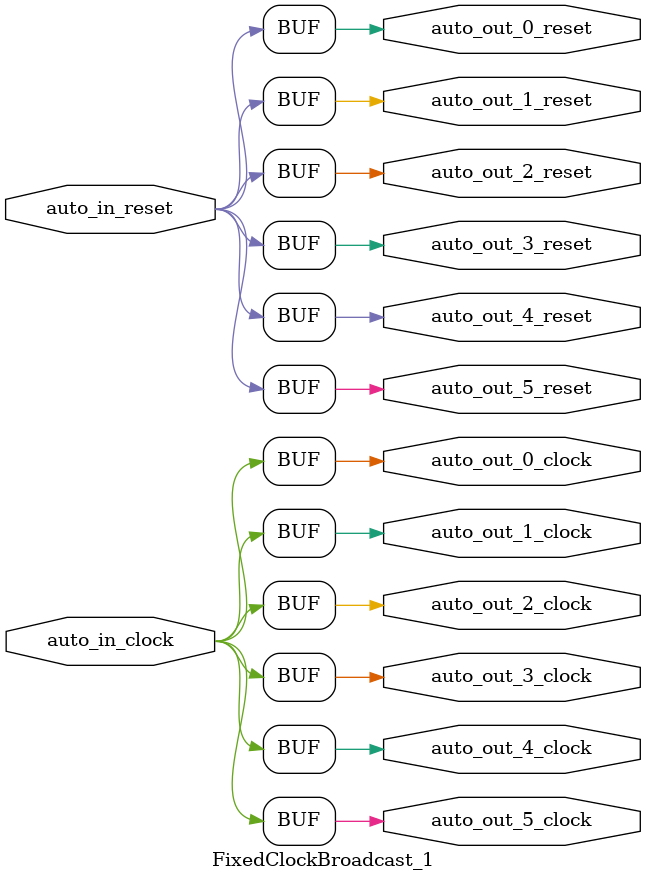
<source format=sv>
`ifndef RANDOMIZE
  `ifdef RANDOMIZE_REG_INIT
    `define RANDOMIZE
  `endif // RANDOMIZE_REG_INIT
`endif // not def RANDOMIZE
`ifndef RANDOMIZE
  `ifdef RANDOMIZE_MEM_INIT
    `define RANDOMIZE
  `endif // RANDOMIZE_MEM_INIT
`endif // not def RANDOMIZE

`ifndef RANDOM
  `define RANDOM $random
`endif // not def RANDOM

// Users can define 'PRINTF_COND' to add an extra gate to prints.
`ifndef PRINTF_COND_
  `ifdef PRINTF_COND
    `define PRINTF_COND_ (`PRINTF_COND)
  `else  // PRINTF_COND
    `define PRINTF_COND_ 1
  `endif // PRINTF_COND
`endif // not def PRINTF_COND_

// Users can define 'ASSERT_VERBOSE_COND' to add an extra gate to assert error printing.
`ifndef ASSERT_VERBOSE_COND_
  `ifdef ASSERT_VERBOSE_COND
    `define ASSERT_VERBOSE_COND_ (`ASSERT_VERBOSE_COND)
  `else  // ASSERT_VERBOSE_COND
    `define ASSERT_VERBOSE_COND_ 1
  `endif // ASSERT_VERBOSE_COND
`endif // not def ASSERT_VERBOSE_COND_

// Users can define 'STOP_COND' to add an extra gate to stop conditions.
`ifndef STOP_COND_
  `ifdef STOP_COND
    `define STOP_COND_ (`STOP_COND)
  `else  // STOP_COND
    `define STOP_COND_ 1
  `endif // STOP_COND
`endif // not def STOP_COND_

// Users can define INIT_RANDOM as general code that gets injected into the
// initializer block for modules with registers.
`ifndef INIT_RANDOM
  `define INIT_RANDOM
`endif // not def INIT_RANDOM

// If using random initialization, you can also define RANDOMIZE_DELAY to
// customize the delay used, otherwise 0.002 is used.
`ifndef RANDOMIZE_DELAY
  `define RANDOMIZE_DELAY 0.002
`endif // not def RANDOMIZE_DELAY

// Define INIT_RANDOM_PROLOG_ for use in our modules below.
`ifndef INIT_RANDOM_PROLOG_
  `ifdef RANDOMIZE
    `ifdef VERILATOR
      `define INIT_RANDOM_PROLOG_ `INIT_RANDOM
    `else  // VERILATOR
      `define INIT_RANDOM_PROLOG_ `INIT_RANDOM #`RANDOMIZE_DELAY begin end
    `endif // VERILATOR
  `else  // RANDOMIZE
    `define INIT_RANDOM_PROLOG_
  `endif // RANDOMIZE
`endif // not def INIT_RANDOM_PROLOG_

module FixedClockBroadcast_1(
  input  auto_in_clock,
         auto_in_reset,
  output auto_out_5_clock,
         auto_out_5_reset,
         auto_out_4_clock,
         auto_out_4_reset,
         auto_out_3_clock,
         auto_out_3_reset,
         auto_out_2_clock,
         auto_out_2_reset,
         auto_out_1_clock,
         auto_out_1_reset,
         auto_out_0_clock,
         auto_out_0_reset
);

  assign auto_out_5_clock = auto_in_clock;
  assign auto_out_5_reset = auto_in_reset;
  assign auto_out_4_clock = auto_in_clock;
  assign auto_out_4_reset = auto_in_reset;
  assign auto_out_3_clock = auto_in_clock;
  assign auto_out_3_reset = auto_in_reset;
  assign auto_out_2_clock = auto_in_clock;
  assign auto_out_2_reset = auto_in_reset;
  assign auto_out_1_clock = auto_in_clock;
  assign auto_out_1_reset = auto_in_reset;
  assign auto_out_0_clock = auto_in_clock;
  assign auto_out_0_reset = auto_in_reset;
endmodule


</source>
